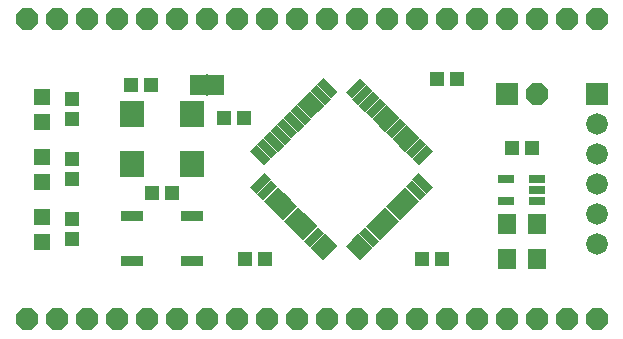
<source format=gts>
G75*
G70*
%OFA0B0*%
%FSLAX24Y24*%
%IPPOS*%
%LPD*%
%AMOC8*
5,1,8,0,0,1.08239X$1,22.5*
%
%ADD10R,0.0552X0.0297*%
%ADD11R,0.0730X0.0380*%
%ADD12R,0.0474X0.0513*%
%ADD13R,0.0552X0.0552*%
%ADD14R,0.0513X0.0474*%
%ADD15OC8,0.0720*%
%ADD16R,0.0789X0.0867*%
%ADD17R,0.0540X0.0710*%
%ADD18R,0.0060X0.0720*%
%ADD19R,0.0631X0.0710*%
%ADD20R,0.0720X0.0720*%
%ADD21C,0.0720*%
%ADD22R,0.0297X0.0671*%
D10*
X017170Y005894D03*
X018193Y005894D03*
X018193Y006268D03*
X018193Y006642D03*
X017170Y006642D03*
D11*
X006681Y005418D03*
X004681Y005418D03*
X004681Y003918D03*
X006681Y003918D03*
D12*
X006016Y006168D03*
X005347Y006168D03*
D13*
X001681Y006554D03*
X001681Y007381D03*
X001681Y008554D03*
X001681Y009381D03*
X001681Y005381D03*
X001681Y004554D03*
D14*
X002681Y004633D03*
X002681Y005302D03*
X002681Y006633D03*
X002681Y007302D03*
X002681Y008633D03*
X002681Y009302D03*
X004647Y009768D03*
X005316Y009768D03*
X007747Y008668D03*
X008416Y008668D03*
X014847Y009968D03*
X015516Y009968D03*
X017347Y007668D03*
X018016Y007668D03*
X015016Y003968D03*
X014347Y003968D03*
X009116Y003968D03*
X008447Y003968D03*
D15*
X001181Y001968D03*
X002181Y001968D03*
X003181Y001968D03*
X004181Y001968D03*
X005181Y001968D03*
X006181Y001968D03*
X007181Y001968D03*
X008181Y001968D03*
X009181Y001968D03*
X010181Y001968D03*
X011181Y001968D03*
X012181Y001968D03*
X013181Y001968D03*
X014181Y001968D03*
X015181Y001968D03*
X016181Y001968D03*
X017181Y001968D03*
X018181Y001968D03*
X019181Y001968D03*
X020181Y001968D03*
X018181Y009468D03*
X018181Y011968D03*
X019181Y011968D03*
X020181Y011968D03*
X017181Y011968D03*
X016181Y011968D03*
X015181Y011968D03*
X014181Y011968D03*
X013181Y011968D03*
X012181Y011968D03*
X011181Y011968D03*
X010181Y011968D03*
X009181Y011968D03*
X008181Y011968D03*
X007181Y011968D03*
X006181Y011968D03*
X005181Y011968D03*
X004181Y011968D03*
X003181Y011968D03*
X002181Y011968D03*
X001181Y011968D03*
D16*
X004681Y008794D03*
X006681Y008794D03*
X006681Y007141D03*
X004681Y007141D03*
D17*
X006881Y009768D03*
X007481Y009768D03*
D18*
X007181Y009768D03*
D19*
X017181Y005158D03*
X018181Y005158D03*
X018181Y003977D03*
X017181Y003977D03*
D20*
X017181Y009468D03*
X020181Y009468D03*
D21*
X020181Y008468D03*
X020181Y007468D03*
X020181Y006468D03*
X020181Y005468D03*
X020181Y004468D03*
D22*
G36*
X014723Y006362D02*
X014514Y006153D01*
X014041Y006626D01*
X014250Y006835D01*
X014723Y006362D01*
G37*
G36*
X014500Y006140D02*
X014291Y005931D01*
X013818Y006404D01*
X014027Y006613D01*
X014500Y006140D01*
G37*
G36*
X014277Y005917D02*
X014068Y005708D01*
X013595Y006181D01*
X013804Y006390D01*
X014277Y005917D01*
G37*
G36*
X014055Y005694D02*
X013846Y005485D01*
X013373Y005958D01*
X013582Y006167D01*
X014055Y005694D01*
G37*
G36*
X013832Y005471D02*
X013623Y005262D01*
X013150Y005735D01*
X013359Y005944D01*
X013832Y005471D01*
G37*
G36*
X013609Y005249D02*
X013400Y005040D01*
X012927Y005513D01*
X013136Y005722D01*
X013609Y005249D01*
G37*
G36*
X013387Y005026D02*
X013178Y004817D01*
X012705Y005290D01*
X012914Y005499D01*
X013387Y005026D01*
G37*
G36*
X013164Y004803D02*
X012955Y004594D01*
X012482Y005067D01*
X012691Y005276D01*
X013164Y004803D01*
G37*
G36*
X012941Y004581D02*
X012732Y004372D01*
X012259Y004845D01*
X012468Y005054D01*
X012941Y004581D01*
G37*
G36*
X012718Y004358D02*
X012509Y004149D01*
X012036Y004622D01*
X012245Y004831D01*
X012718Y004358D01*
G37*
G36*
X012496Y004135D02*
X012287Y003926D01*
X011814Y004399D01*
X012023Y004608D01*
X012496Y004135D01*
G37*
G36*
X011076Y003926D02*
X010867Y004135D01*
X011340Y004608D01*
X011549Y004399D01*
X011076Y003926D01*
G37*
G36*
X010853Y004149D02*
X010644Y004358D01*
X011117Y004831D01*
X011326Y004622D01*
X010853Y004149D01*
G37*
G36*
X010631Y004372D02*
X010422Y004581D01*
X010895Y005054D01*
X011104Y004845D01*
X010631Y004372D01*
G37*
G36*
X010408Y004594D02*
X010199Y004803D01*
X010672Y005276D01*
X010881Y005067D01*
X010408Y004594D01*
G37*
G36*
X010185Y004817D02*
X009976Y005026D01*
X010449Y005499D01*
X010658Y005290D01*
X010185Y004817D01*
G37*
G36*
X009963Y005040D02*
X009754Y005249D01*
X010227Y005722D01*
X010436Y005513D01*
X009963Y005040D01*
G37*
G36*
X009740Y005262D02*
X009531Y005471D01*
X010004Y005944D01*
X010213Y005735D01*
X009740Y005262D01*
G37*
G36*
X009517Y005485D02*
X009308Y005694D01*
X009781Y006167D01*
X009990Y005958D01*
X009517Y005485D01*
G37*
G36*
X009294Y005708D02*
X009085Y005917D01*
X009558Y006390D01*
X009767Y006181D01*
X009294Y005708D01*
G37*
G36*
X009072Y005931D02*
X008863Y006140D01*
X009336Y006613D01*
X009545Y006404D01*
X009072Y005931D01*
G37*
G36*
X008849Y006153D02*
X008640Y006362D01*
X009113Y006835D01*
X009322Y006626D01*
X008849Y006153D01*
G37*
G36*
X009322Y007309D02*
X009113Y007100D01*
X008640Y007573D01*
X008849Y007782D01*
X009322Y007309D01*
G37*
G36*
X009545Y007532D02*
X009336Y007323D01*
X008863Y007796D01*
X009072Y008005D01*
X009545Y007532D01*
G37*
G36*
X009767Y007754D02*
X009558Y007545D01*
X009085Y008018D01*
X009294Y008227D01*
X009767Y007754D01*
G37*
G36*
X009990Y007977D02*
X009781Y007768D01*
X009308Y008241D01*
X009517Y008450D01*
X009990Y007977D01*
G37*
G36*
X010213Y008200D02*
X010004Y007991D01*
X009531Y008464D01*
X009740Y008673D01*
X010213Y008200D01*
G37*
G36*
X010436Y008422D02*
X010227Y008213D01*
X009754Y008686D01*
X009963Y008895D01*
X010436Y008422D01*
G37*
G36*
X010658Y008645D02*
X010449Y008436D01*
X009976Y008909D01*
X010185Y009118D01*
X010658Y008645D01*
G37*
G36*
X010881Y008868D02*
X010672Y008659D01*
X010199Y009132D01*
X010408Y009341D01*
X010881Y008868D01*
G37*
G36*
X011104Y009090D02*
X010895Y008881D01*
X010422Y009354D01*
X010631Y009563D01*
X011104Y009090D01*
G37*
G36*
X011326Y009313D02*
X011117Y009104D01*
X010644Y009577D01*
X010853Y009786D01*
X011326Y009313D01*
G37*
G36*
X011549Y009536D02*
X011340Y009327D01*
X010867Y009800D01*
X011076Y010009D01*
X011549Y009536D01*
G37*
G36*
X012023Y009327D02*
X011814Y009536D01*
X012287Y010009D01*
X012496Y009800D01*
X012023Y009327D01*
G37*
G36*
X012245Y009104D02*
X012036Y009313D01*
X012509Y009786D01*
X012718Y009577D01*
X012245Y009104D01*
G37*
G36*
X012468Y008881D02*
X012259Y009090D01*
X012732Y009563D01*
X012941Y009354D01*
X012468Y008881D01*
G37*
G36*
X012691Y008659D02*
X012482Y008868D01*
X012955Y009341D01*
X013164Y009132D01*
X012691Y008659D01*
G37*
G36*
X012914Y008436D02*
X012705Y008645D01*
X013178Y009118D01*
X013387Y008909D01*
X012914Y008436D01*
G37*
G36*
X013136Y008213D02*
X012927Y008422D01*
X013400Y008895D01*
X013609Y008686D01*
X013136Y008213D01*
G37*
G36*
X013359Y007991D02*
X013150Y008200D01*
X013623Y008673D01*
X013832Y008464D01*
X013359Y007991D01*
G37*
G36*
X013582Y007768D02*
X013373Y007977D01*
X013846Y008450D01*
X014055Y008241D01*
X013582Y007768D01*
G37*
G36*
X013804Y007545D02*
X013595Y007754D01*
X014068Y008227D01*
X014277Y008018D01*
X013804Y007545D01*
G37*
G36*
X014027Y007323D02*
X013818Y007532D01*
X014291Y008005D01*
X014500Y007796D01*
X014027Y007323D01*
G37*
G36*
X014250Y007100D02*
X014041Y007309D01*
X014514Y007782D01*
X014723Y007573D01*
X014250Y007100D01*
G37*
M02*

</source>
